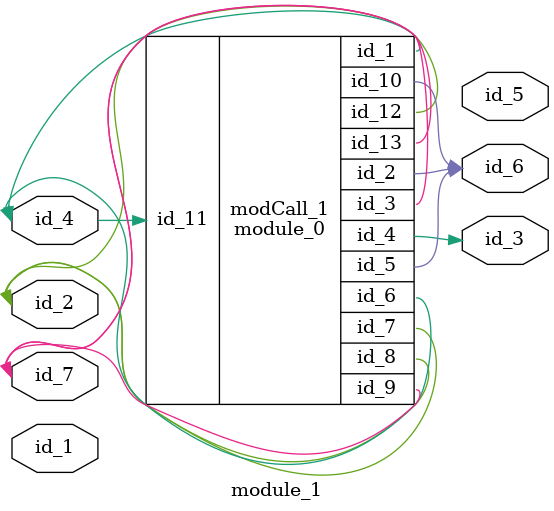
<source format=v>
module module_0 (
    id_1,
    id_2,
    id_3,
    id_4,
    id_5,
    id_6,
    id_7,
    id_8,
    id_9,
    id_10,
    id_11,
    id_12,
    id_13
);
  inout wire id_13;
  inout wire id_12;
  input wire id_11;
  output wire id_10;
  inout wire id_9;
  inout wire id_8;
  inout wire id_7;
  inout wire id_6;
  output wire id_5;
  output wire id_4;
  inout wire id_3;
  output wire id_2;
  inout wire id_1;
  assign id_9 = 1;
endmodule
module module_1 (
    id_1,
    id_2,
    id_3,
    id_4,
    id_5,
    id_6,
    id_7
);
  inout wire id_7;
  output wire id_6;
  output wire id_5;
  inout wire id_4;
  output wire id_3;
  inout wire id_2;
  input wire id_1;
  module_0 modCall_1 (
      id_4,
      id_6,
      id_7,
      id_3,
      id_6,
      id_4,
      id_2,
      id_2,
      id_7,
      id_6,
      id_4,
      id_2,
      id_7
  );
endmodule

</source>
